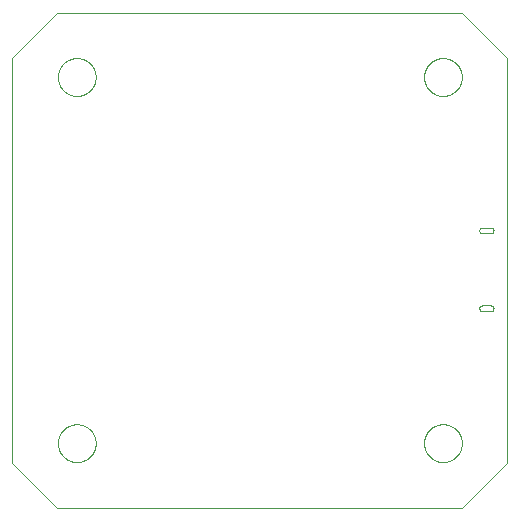
<source format=gko>
G75*
%MOIN*%
%OFA0B0*%
%FSLAX25Y25*%
%IPPOS*%
%LPD*%
%AMOC8*
5,1,8,0,0,1.08239X$1,22.5*
%
%ADD10C,0.00000*%
%ADD11C,0.00039*%
D10*
X0080922Y0060000D02*
X0095922Y0045000D01*
X0230922Y0045000D01*
X0245922Y0060000D01*
X0245922Y0195000D01*
X0230922Y0210000D01*
X0095922Y0210000D01*
X0080922Y0195000D01*
X0080922Y0060000D01*
X0096099Y0066476D02*
X0096101Y0066634D01*
X0096107Y0066792D01*
X0096117Y0066950D01*
X0096131Y0067108D01*
X0096149Y0067265D01*
X0096170Y0067422D01*
X0096196Y0067578D01*
X0096226Y0067734D01*
X0096259Y0067889D01*
X0096297Y0068042D01*
X0096338Y0068195D01*
X0096383Y0068347D01*
X0096432Y0068498D01*
X0096485Y0068647D01*
X0096541Y0068795D01*
X0096601Y0068941D01*
X0096665Y0069086D01*
X0096733Y0069229D01*
X0096804Y0069371D01*
X0096878Y0069511D01*
X0096956Y0069648D01*
X0097038Y0069784D01*
X0097122Y0069918D01*
X0097211Y0070049D01*
X0097302Y0070178D01*
X0097397Y0070305D01*
X0097494Y0070430D01*
X0097595Y0070552D01*
X0097699Y0070671D01*
X0097806Y0070788D01*
X0097916Y0070902D01*
X0098029Y0071013D01*
X0098144Y0071122D01*
X0098262Y0071227D01*
X0098383Y0071329D01*
X0098506Y0071429D01*
X0098632Y0071525D01*
X0098760Y0071618D01*
X0098890Y0071708D01*
X0099023Y0071794D01*
X0099158Y0071878D01*
X0099294Y0071957D01*
X0099433Y0072034D01*
X0099574Y0072106D01*
X0099716Y0072176D01*
X0099860Y0072241D01*
X0100006Y0072303D01*
X0100153Y0072361D01*
X0100302Y0072416D01*
X0100452Y0072467D01*
X0100603Y0072514D01*
X0100755Y0072557D01*
X0100908Y0072596D01*
X0101063Y0072632D01*
X0101218Y0072663D01*
X0101374Y0072691D01*
X0101530Y0072715D01*
X0101687Y0072735D01*
X0101845Y0072751D01*
X0102002Y0072763D01*
X0102161Y0072771D01*
X0102319Y0072775D01*
X0102477Y0072775D01*
X0102635Y0072771D01*
X0102794Y0072763D01*
X0102951Y0072751D01*
X0103109Y0072735D01*
X0103266Y0072715D01*
X0103422Y0072691D01*
X0103578Y0072663D01*
X0103733Y0072632D01*
X0103888Y0072596D01*
X0104041Y0072557D01*
X0104193Y0072514D01*
X0104344Y0072467D01*
X0104494Y0072416D01*
X0104643Y0072361D01*
X0104790Y0072303D01*
X0104936Y0072241D01*
X0105080Y0072176D01*
X0105222Y0072106D01*
X0105363Y0072034D01*
X0105502Y0071957D01*
X0105638Y0071878D01*
X0105773Y0071794D01*
X0105906Y0071708D01*
X0106036Y0071618D01*
X0106164Y0071525D01*
X0106290Y0071429D01*
X0106413Y0071329D01*
X0106534Y0071227D01*
X0106652Y0071122D01*
X0106767Y0071013D01*
X0106880Y0070902D01*
X0106990Y0070788D01*
X0107097Y0070671D01*
X0107201Y0070552D01*
X0107302Y0070430D01*
X0107399Y0070305D01*
X0107494Y0070178D01*
X0107585Y0070049D01*
X0107674Y0069918D01*
X0107758Y0069784D01*
X0107840Y0069648D01*
X0107918Y0069511D01*
X0107992Y0069371D01*
X0108063Y0069229D01*
X0108131Y0069086D01*
X0108195Y0068941D01*
X0108255Y0068795D01*
X0108311Y0068647D01*
X0108364Y0068498D01*
X0108413Y0068347D01*
X0108458Y0068195D01*
X0108499Y0068042D01*
X0108537Y0067889D01*
X0108570Y0067734D01*
X0108600Y0067578D01*
X0108626Y0067422D01*
X0108647Y0067265D01*
X0108665Y0067108D01*
X0108679Y0066950D01*
X0108689Y0066792D01*
X0108695Y0066634D01*
X0108697Y0066476D01*
X0108695Y0066318D01*
X0108689Y0066160D01*
X0108679Y0066002D01*
X0108665Y0065844D01*
X0108647Y0065687D01*
X0108626Y0065530D01*
X0108600Y0065374D01*
X0108570Y0065218D01*
X0108537Y0065063D01*
X0108499Y0064910D01*
X0108458Y0064757D01*
X0108413Y0064605D01*
X0108364Y0064454D01*
X0108311Y0064305D01*
X0108255Y0064157D01*
X0108195Y0064011D01*
X0108131Y0063866D01*
X0108063Y0063723D01*
X0107992Y0063581D01*
X0107918Y0063441D01*
X0107840Y0063304D01*
X0107758Y0063168D01*
X0107674Y0063034D01*
X0107585Y0062903D01*
X0107494Y0062774D01*
X0107399Y0062647D01*
X0107302Y0062522D01*
X0107201Y0062400D01*
X0107097Y0062281D01*
X0106990Y0062164D01*
X0106880Y0062050D01*
X0106767Y0061939D01*
X0106652Y0061830D01*
X0106534Y0061725D01*
X0106413Y0061623D01*
X0106290Y0061523D01*
X0106164Y0061427D01*
X0106036Y0061334D01*
X0105906Y0061244D01*
X0105773Y0061158D01*
X0105638Y0061074D01*
X0105502Y0060995D01*
X0105363Y0060918D01*
X0105222Y0060846D01*
X0105080Y0060776D01*
X0104936Y0060711D01*
X0104790Y0060649D01*
X0104643Y0060591D01*
X0104494Y0060536D01*
X0104344Y0060485D01*
X0104193Y0060438D01*
X0104041Y0060395D01*
X0103888Y0060356D01*
X0103733Y0060320D01*
X0103578Y0060289D01*
X0103422Y0060261D01*
X0103266Y0060237D01*
X0103109Y0060217D01*
X0102951Y0060201D01*
X0102794Y0060189D01*
X0102635Y0060181D01*
X0102477Y0060177D01*
X0102319Y0060177D01*
X0102161Y0060181D01*
X0102002Y0060189D01*
X0101845Y0060201D01*
X0101687Y0060217D01*
X0101530Y0060237D01*
X0101374Y0060261D01*
X0101218Y0060289D01*
X0101063Y0060320D01*
X0100908Y0060356D01*
X0100755Y0060395D01*
X0100603Y0060438D01*
X0100452Y0060485D01*
X0100302Y0060536D01*
X0100153Y0060591D01*
X0100006Y0060649D01*
X0099860Y0060711D01*
X0099716Y0060776D01*
X0099574Y0060846D01*
X0099433Y0060918D01*
X0099294Y0060995D01*
X0099158Y0061074D01*
X0099023Y0061158D01*
X0098890Y0061244D01*
X0098760Y0061334D01*
X0098632Y0061427D01*
X0098506Y0061523D01*
X0098383Y0061623D01*
X0098262Y0061725D01*
X0098144Y0061830D01*
X0098029Y0061939D01*
X0097916Y0062050D01*
X0097806Y0062164D01*
X0097699Y0062281D01*
X0097595Y0062400D01*
X0097494Y0062522D01*
X0097397Y0062647D01*
X0097302Y0062774D01*
X0097211Y0062903D01*
X0097122Y0063034D01*
X0097038Y0063168D01*
X0096956Y0063304D01*
X0096878Y0063441D01*
X0096804Y0063581D01*
X0096733Y0063723D01*
X0096665Y0063866D01*
X0096601Y0064011D01*
X0096541Y0064157D01*
X0096485Y0064305D01*
X0096432Y0064454D01*
X0096383Y0064605D01*
X0096338Y0064757D01*
X0096297Y0064910D01*
X0096259Y0065063D01*
X0096226Y0065218D01*
X0096196Y0065374D01*
X0096170Y0065530D01*
X0096149Y0065687D01*
X0096131Y0065844D01*
X0096117Y0066002D01*
X0096107Y0066160D01*
X0096101Y0066318D01*
X0096099Y0066476D01*
X0218146Y0066476D02*
X0218148Y0066634D01*
X0218154Y0066792D01*
X0218164Y0066950D01*
X0218178Y0067108D01*
X0218196Y0067265D01*
X0218217Y0067422D01*
X0218243Y0067578D01*
X0218273Y0067734D01*
X0218306Y0067889D01*
X0218344Y0068042D01*
X0218385Y0068195D01*
X0218430Y0068347D01*
X0218479Y0068498D01*
X0218532Y0068647D01*
X0218588Y0068795D01*
X0218648Y0068941D01*
X0218712Y0069086D01*
X0218780Y0069229D01*
X0218851Y0069371D01*
X0218925Y0069511D01*
X0219003Y0069648D01*
X0219085Y0069784D01*
X0219169Y0069918D01*
X0219258Y0070049D01*
X0219349Y0070178D01*
X0219444Y0070305D01*
X0219541Y0070430D01*
X0219642Y0070552D01*
X0219746Y0070671D01*
X0219853Y0070788D01*
X0219963Y0070902D01*
X0220076Y0071013D01*
X0220191Y0071122D01*
X0220309Y0071227D01*
X0220430Y0071329D01*
X0220553Y0071429D01*
X0220679Y0071525D01*
X0220807Y0071618D01*
X0220937Y0071708D01*
X0221070Y0071794D01*
X0221205Y0071878D01*
X0221341Y0071957D01*
X0221480Y0072034D01*
X0221621Y0072106D01*
X0221763Y0072176D01*
X0221907Y0072241D01*
X0222053Y0072303D01*
X0222200Y0072361D01*
X0222349Y0072416D01*
X0222499Y0072467D01*
X0222650Y0072514D01*
X0222802Y0072557D01*
X0222955Y0072596D01*
X0223110Y0072632D01*
X0223265Y0072663D01*
X0223421Y0072691D01*
X0223577Y0072715D01*
X0223734Y0072735D01*
X0223892Y0072751D01*
X0224049Y0072763D01*
X0224208Y0072771D01*
X0224366Y0072775D01*
X0224524Y0072775D01*
X0224682Y0072771D01*
X0224841Y0072763D01*
X0224998Y0072751D01*
X0225156Y0072735D01*
X0225313Y0072715D01*
X0225469Y0072691D01*
X0225625Y0072663D01*
X0225780Y0072632D01*
X0225935Y0072596D01*
X0226088Y0072557D01*
X0226240Y0072514D01*
X0226391Y0072467D01*
X0226541Y0072416D01*
X0226690Y0072361D01*
X0226837Y0072303D01*
X0226983Y0072241D01*
X0227127Y0072176D01*
X0227269Y0072106D01*
X0227410Y0072034D01*
X0227549Y0071957D01*
X0227685Y0071878D01*
X0227820Y0071794D01*
X0227953Y0071708D01*
X0228083Y0071618D01*
X0228211Y0071525D01*
X0228337Y0071429D01*
X0228460Y0071329D01*
X0228581Y0071227D01*
X0228699Y0071122D01*
X0228814Y0071013D01*
X0228927Y0070902D01*
X0229037Y0070788D01*
X0229144Y0070671D01*
X0229248Y0070552D01*
X0229349Y0070430D01*
X0229446Y0070305D01*
X0229541Y0070178D01*
X0229632Y0070049D01*
X0229721Y0069918D01*
X0229805Y0069784D01*
X0229887Y0069648D01*
X0229965Y0069511D01*
X0230039Y0069371D01*
X0230110Y0069229D01*
X0230178Y0069086D01*
X0230242Y0068941D01*
X0230302Y0068795D01*
X0230358Y0068647D01*
X0230411Y0068498D01*
X0230460Y0068347D01*
X0230505Y0068195D01*
X0230546Y0068042D01*
X0230584Y0067889D01*
X0230617Y0067734D01*
X0230647Y0067578D01*
X0230673Y0067422D01*
X0230694Y0067265D01*
X0230712Y0067108D01*
X0230726Y0066950D01*
X0230736Y0066792D01*
X0230742Y0066634D01*
X0230744Y0066476D01*
X0230742Y0066318D01*
X0230736Y0066160D01*
X0230726Y0066002D01*
X0230712Y0065844D01*
X0230694Y0065687D01*
X0230673Y0065530D01*
X0230647Y0065374D01*
X0230617Y0065218D01*
X0230584Y0065063D01*
X0230546Y0064910D01*
X0230505Y0064757D01*
X0230460Y0064605D01*
X0230411Y0064454D01*
X0230358Y0064305D01*
X0230302Y0064157D01*
X0230242Y0064011D01*
X0230178Y0063866D01*
X0230110Y0063723D01*
X0230039Y0063581D01*
X0229965Y0063441D01*
X0229887Y0063304D01*
X0229805Y0063168D01*
X0229721Y0063034D01*
X0229632Y0062903D01*
X0229541Y0062774D01*
X0229446Y0062647D01*
X0229349Y0062522D01*
X0229248Y0062400D01*
X0229144Y0062281D01*
X0229037Y0062164D01*
X0228927Y0062050D01*
X0228814Y0061939D01*
X0228699Y0061830D01*
X0228581Y0061725D01*
X0228460Y0061623D01*
X0228337Y0061523D01*
X0228211Y0061427D01*
X0228083Y0061334D01*
X0227953Y0061244D01*
X0227820Y0061158D01*
X0227685Y0061074D01*
X0227549Y0060995D01*
X0227410Y0060918D01*
X0227269Y0060846D01*
X0227127Y0060776D01*
X0226983Y0060711D01*
X0226837Y0060649D01*
X0226690Y0060591D01*
X0226541Y0060536D01*
X0226391Y0060485D01*
X0226240Y0060438D01*
X0226088Y0060395D01*
X0225935Y0060356D01*
X0225780Y0060320D01*
X0225625Y0060289D01*
X0225469Y0060261D01*
X0225313Y0060237D01*
X0225156Y0060217D01*
X0224998Y0060201D01*
X0224841Y0060189D01*
X0224682Y0060181D01*
X0224524Y0060177D01*
X0224366Y0060177D01*
X0224208Y0060181D01*
X0224049Y0060189D01*
X0223892Y0060201D01*
X0223734Y0060217D01*
X0223577Y0060237D01*
X0223421Y0060261D01*
X0223265Y0060289D01*
X0223110Y0060320D01*
X0222955Y0060356D01*
X0222802Y0060395D01*
X0222650Y0060438D01*
X0222499Y0060485D01*
X0222349Y0060536D01*
X0222200Y0060591D01*
X0222053Y0060649D01*
X0221907Y0060711D01*
X0221763Y0060776D01*
X0221621Y0060846D01*
X0221480Y0060918D01*
X0221341Y0060995D01*
X0221205Y0061074D01*
X0221070Y0061158D01*
X0220937Y0061244D01*
X0220807Y0061334D01*
X0220679Y0061427D01*
X0220553Y0061523D01*
X0220430Y0061623D01*
X0220309Y0061725D01*
X0220191Y0061830D01*
X0220076Y0061939D01*
X0219963Y0062050D01*
X0219853Y0062164D01*
X0219746Y0062281D01*
X0219642Y0062400D01*
X0219541Y0062522D01*
X0219444Y0062647D01*
X0219349Y0062774D01*
X0219258Y0062903D01*
X0219169Y0063034D01*
X0219085Y0063168D01*
X0219003Y0063304D01*
X0218925Y0063441D01*
X0218851Y0063581D01*
X0218780Y0063723D01*
X0218712Y0063866D01*
X0218648Y0064011D01*
X0218588Y0064157D01*
X0218532Y0064305D01*
X0218479Y0064454D01*
X0218430Y0064605D01*
X0218385Y0064757D01*
X0218344Y0064910D01*
X0218306Y0065063D01*
X0218273Y0065218D01*
X0218243Y0065374D01*
X0218217Y0065530D01*
X0218196Y0065687D01*
X0218178Y0065844D01*
X0218164Y0066002D01*
X0218154Y0066160D01*
X0218148Y0066318D01*
X0218146Y0066476D01*
X0218146Y0188524D02*
X0218148Y0188682D01*
X0218154Y0188840D01*
X0218164Y0188998D01*
X0218178Y0189156D01*
X0218196Y0189313D01*
X0218217Y0189470D01*
X0218243Y0189626D01*
X0218273Y0189782D01*
X0218306Y0189937D01*
X0218344Y0190090D01*
X0218385Y0190243D01*
X0218430Y0190395D01*
X0218479Y0190546D01*
X0218532Y0190695D01*
X0218588Y0190843D01*
X0218648Y0190989D01*
X0218712Y0191134D01*
X0218780Y0191277D01*
X0218851Y0191419D01*
X0218925Y0191559D01*
X0219003Y0191696D01*
X0219085Y0191832D01*
X0219169Y0191966D01*
X0219258Y0192097D01*
X0219349Y0192226D01*
X0219444Y0192353D01*
X0219541Y0192478D01*
X0219642Y0192600D01*
X0219746Y0192719D01*
X0219853Y0192836D01*
X0219963Y0192950D01*
X0220076Y0193061D01*
X0220191Y0193170D01*
X0220309Y0193275D01*
X0220430Y0193377D01*
X0220553Y0193477D01*
X0220679Y0193573D01*
X0220807Y0193666D01*
X0220937Y0193756D01*
X0221070Y0193842D01*
X0221205Y0193926D01*
X0221341Y0194005D01*
X0221480Y0194082D01*
X0221621Y0194154D01*
X0221763Y0194224D01*
X0221907Y0194289D01*
X0222053Y0194351D01*
X0222200Y0194409D01*
X0222349Y0194464D01*
X0222499Y0194515D01*
X0222650Y0194562D01*
X0222802Y0194605D01*
X0222955Y0194644D01*
X0223110Y0194680D01*
X0223265Y0194711D01*
X0223421Y0194739D01*
X0223577Y0194763D01*
X0223734Y0194783D01*
X0223892Y0194799D01*
X0224049Y0194811D01*
X0224208Y0194819D01*
X0224366Y0194823D01*
X0224524Y0194823D01*
X0224682Y0194819D01*
X0224841Y0194811D01*
X0224998Y0194799D01*
X0225156Y0194783D01*
X0225313Y0194763D01*
X0225469Y0194739D01*
X0225625Y0194711D01*
X0225780Y0194680D01*
X0225935Y0194644D01*
X0226088Y0194605D01*
X0226240Y0194562D01*
X0226391Y0194515D01*
X0226541Y0194464D01*
X0226690Y0194409D01*
X0226837Y0194351D01*
X0226983Y0194289D01*
X0227127Y0194224D01*
X0227269Y0194154D01*
X0227410Y0194082D01*
X0227549Y0194005D01*
X0227685Y0193926D01*
X0227820Y0193842D01*
X0227953Y0193756D01*
X0228083Y0193666D01*
X0228211Y0193573D01*
X0228337Y0193477D01*
X0228460Y0193377D01*
X0228581Y0193275D01*
X0228699Y0193170D01*
X0228814Y0193061D01*
X0228927Y0192950D01*
X0229037Y0192836D01*
X0229144Y0192719D01*
X0229248Y0192600D01*
X0229349Y0192478D01*
X0229446Y0192353D01*
X0229541Y0192226D01*
X0229632Y0192097D01*
X0229721Y0191966D01*
X0229805Y0191832D01*
X0229887Y0191696D01*
X0229965Y0191559D01*
X0230039Y0191419D01*
X0230110Y0191277D01*
X0230178Y0191134D01*
X0230242Y0190989D01*
X0230302Y0190843D01*
X0230358Y0190695D01*
X0230411Y0190546D01*
X0230460Y0190395D01*
X0230505Y0190243D01*
X0230546Y0190090D01*
X0230584Y0189937D01*
X0230617Y0189782D01*
X0230647Y0189626D01*
X0230673Y0189470D01*
X0230694Y0189313D01*
X0230712Y0189156D01*
X0230726Y0188998D01*
X0230736Y0188840D01*
X0230742Y0188682D01*
X0230744Y0188524D01*
X0230742Y0188366D01*
X0230736Y0188208D01*
X0230726Y0188050D01*
X0230712Y0187892D01*
X0230694Y0187735D01*
X0230673Y0187578D01*
X0230647Y0187422D01*
X0230617Y0187266D01*
X0230584Y0187111D01*
X0230546Y0186958D01*
X0230505Y0186805D01*
X0230460Y0186653D01*
X0230411Y0186502D01*
X0230358Y0186353D01*
X0230302Y0186205D01*
X0230242Y0186059D01*
X0230178Y0185914D01*
X0230110Y0185771D01*
X0230039Y0185629D01*
X0229965Y0185489D01*
X0229887Y0185352D01*
X0229805Y0185216D01*
X0229721Y0185082D01*
X0229632Y0184951D01*
X0229541Y0184822D01*
X0229446Y0184695D01*
X0229349Y0184570D01*
X0229248Y0184448D01*
X0229144Y0184329D01*
X0229037Y0184212D01*
X0228927Y0184098D01*
X0228814Y0183987D01*
X0228699Y0183878D01*
X0228581Y0183773D01*
X0228460Y0183671D01*
X0228337Y0183571D01*
X0228211Y0183475D01*
X0228083Y0183382D01*
X0227953Y0183292D01*
X0227820Y0183206D01*
X0227685Y0183122D01*
X0227549Y0183043D01*
X0227410Y0182966D01*
X0227269Y0182894D01*
X0227127Y0182824D01*
X0226983Y0182759D01*
X0226837Y0182697D01*
X0226690Y0182639D01*
X0226541Y0182584D01*
X0226391Y0182533D01*
X0226240Y0182486D01*
X0226088Y0182443D01*
X0225935Y0182404D01*
X0225780Y0182368D01*
X0225625Y0182337D01*
X0225469Y0182309D01*
X0225313Y0182285D01*
X0225156Y0182265D01*
X0224998Y0182249D01*
X0224841Y0182237D01*
X0224682Y0182229D01*
X0224524Y0182225D01*
X0224366Y0182225D01*
X0224208Y0182229D01*
X0224049Y0182237D01*
X0223892Y0182249D01*
X0223734Y0182265D01*
X0223577Y0182285D01*
X0223421Y0182309D01*
X0223265Y0182337D01*
X0223110Y0182368D01*
X0222955Y0182404D01*
X0222802Y0182443D01*
X0222650Y0182486D01*
X0222499Y0182533D01*
X0222349Y0182584D01*
X0222200Y0182639D01*
X0222053Y0182697D01*
X0221907Y0182759D01*
X0221763Y0182824D01*
X0221621Y0182894D01*
X0221480Y0182966D01*
X0221341Y0183043D01*
X0221205Y0183122D01*
X0221070Y0183206D01*
X0220937Y0183292D01*
X0220807Y0183382D01*
X0220679Y0183475D01*
X0220553Y0183571D01*
X0220430Y0183671D01*
X0220309Y0183773D01*
X0220191Y0183878D01*
X0220076Y0183987D01*
X0219963Y0184098D01*
X0219853Y0184212D01*
X0219746Y0184329D01*
X0219642Y0184448D01*
X0219541Y0184570D01*
X0219444Y0184695D01*
X0219349Y0184822D01*
X0219258Y0184951D01*
X0219169Y0185082D01*
X0219085Y0185216D01*
X0219003Y0185352D01*
X0218925Y0185489D01*
X0218851Y0185629D01*
X0218780Y0185771D01*
X0218712Y0185914D01*
X0218648Y0186059D01*
X0218588Y0186205D01*
X0218532Y0186353D01*
X0218479Y0186502D01*
X0218430Y0186653D01*
X0218385Y0186805D01*
X0218344Y0186958D01*
X0218306Y0187111D01*
X0218273Y0187266D01*
X0218243Y0187422D01*
X0218217Y0187578D01*
X0218196Y0187735D01*
X0218178Y0187892D01*
X0218164Y0188050D01*
X0218154Y0188208D01*
X0218148Y0188366D01*
X0218146Y0188524D01*
X0096099Y0188524D02*
X0096101Y0188682D01*
X0096107Y0188840D01*
X0096117Y0188998D01*
X0096131Y0189156D01*
X0096149Y0189313D01*
X0096170Y0189470D01*
X0096196Y0189626D01*
X0096226Y0189782D01*
X0096259Y0189937D01*
X0096297Y0190090D01*
X0096338Y0190243D01*
X0096383Y0190395D01*
X0096432Y0190546D01*
X0096485Y0190695D01*
X0096541Y0190843D01*
X0096601Y0190989D01*
X0096665Y0191134D01*
X0096733Y0191277D01*
X0096804Y0191419D01*
X0096878Y0191559D01*
X0096956Y0191696D01*
X0097038Y0191832D01*
X0097122Y0191966D01*
X0097211Y0192097D01*
X0097302Y0192226D01*
X0097397Y0192353D01*
X0097494Y0192478D01*
X0097595Y0192600D01*
X0097699Y0192719D01*
X0097806Y0192836D01*
X0097916Y0192950D01*
X0098029Y0193061D01*
X0098144Y0193170D01*
X0098262Y0193275D01*
X0098383Y0193377D01*
X0098506Y0193477D01*
X0098632Y0193573D01*
X0098760Y0193666D01*
X0098890Y0193756D01*
X0099023Y0193842D01*
X0099158Y0193926D01*
X0099294Y0194005D01*
X0099433Y0194082D01*
X0099574Y0194154D01*
X0099716Y0194224D01*
X0099860Y0194289D01*
X0100006Y0194351D01*
X0100153Y0194409D01*
X0100302Y0194464D01*
X0100452Y0194515D01*
X0100603Y0194562D01*
X0100755Y0194605D01*
X0100908Y0194644D01*
X0101063Y0194680D01*
X0101218Y0194711D01*
X0101374Y0194739D01*
X0101530Y0194763D01*
X0101687Y0194783D01*
X0101845Y0194799D01*
X0102002Y0194811D01*
X0102161Y0194819D01*
X0102319Y0194823D01*
X0102477Y0194823D01*
X0102635Y0194819D01*
X0102794Y0194811D01*
X0102951Y0194799D01*
X0103109Y0194783D01*
X0103266Y0194763D01*
X0103422Y0194739D01*
X0103578Y0194711D01*
X0103733Y0194680D01*
X0103888Y0194644D01*
X0104041Y0194605D01*
X0104193Y0194562D01*
X0104344Y0194515D01*
X0104494Y0194464D01*
X0104643Y0194409D01*
X0104790Y0194351D01*
X0104936Y0194289D01*
X0105080Y0194224D01*
X0105222Y0194154D01*
X0105363Y0194082D01*
X0105502Y0194005D01*
X0105638Y0193926D01*
X0105773Y0193842D01*
X0105906Y0193756D01*
X0106036Y0193666D01*
X0106164Y0193573D01*
X0106290Y0193477D01*
X0106413Y0193377D01*
X0106534Y0193275D01*
X0106652Y0193170D01*
X0106767Y0193061D01*
X0106880Y0192950D01*
X0106990Y0192836D01*
X0107097Y0192719D01*
X0107201Y0192600D01*
X0107302Y0192478D01*
X0107399Y0192353D01*
X0107494Y0192226D01*
X0107585Y0192097D01*
X0107674Y0191966D01*
X0107758Y0191832D01*
X0107840Y0191696D01*
X0107918Y0191559D01*
X0107992Y0191419D01*
X0108063Y0191277D01*
X0108131Y0191134D01*
X0108195Y0190989D01*
X0108255Y0190843D01*
X0108311Y0190695D01*
X0108364Y0190546D01*
X0108413Y0190395D01*
X0108458Y0190243D01*
X0108499Y0190090D01*
X0108537Y0189937D01*
X0108570Y0189782D01*
X0108600Y0189626D01*
X0108626Y0189470D01*
X0108647Y0189313D01*
X0108665Y0189156D01*
X0108679Y0188998D01*
X0108689Y0188840D01*
X0108695Y0188682D01*
X0108697Y0188524D01*
X0108695Y0188366D01*
X0108689Y0188208D01*
X0108679Y0188050D01*
X0108665Y0187892D01*
X0108647Y0187735D01*
X0108626Y0187578D01*
X0108600Y0187422D01*
X0108570Y0187266D01*
X0108537Y0187111D01*
X0108499Y0186958D01*
X0108458Y0186805D01*
X0108413Y0186653D01*
X0108364Y0186502D01*
X0108311Y0186353D01*
X0108255Y0186205D01*
X0108195Y0186059D01*
X0108131Y0185914D01*
X0108063Y0185771D01*
X0107992Y0185629D01*
X0107918Y0185489D01*
X0107840Y0185352D01*
X0107758Y0185216D01*
X0107674Y0185082D01*
X0107585Y0184951D01*
X0107494Y0184822D01*
X0107399Y0184695D01*
X0107302Y0184570D01*
X0107201Y0184448D01*
X0107097Y0184329D01*
X0106990Y0184212D01*
X0106880Y0184098D01*
X0106767Y0183987D01*
X0106652Y0183878D01*
X0106534Y0183773D01*
X0106413Y0183671D01*
X0106290Y0183571D01*
X0106164Y0183475D01*
X0106036Y0183382D01*
X0105906Y0183292D01*
X0105773Y0183206D01*
X0105638Y0183122D01*
X0105502Y0183043D01*
X0105363Y0182966D01*
X0105222Y0182894D01*
X0105080Y0182824D01*
X0104936Y0182759D01*
X0104790Y0182697D01*
X0104643Y0182639D01*
X0104494Y0182584D01*
X0104344Y0182533D01*
X0104193Y0182486D01*
X0104041Y0182443D01*
X0103888Y0182404D01*
X0103733Y0182368D01*
X0103578Y0182337D01*
X0103422Y0182309D01*
X0103266Y0182285D01*
X0103109Y0182265D01*
X0102951Y0182249D01*
X0102794Y0182237D01*
X0102635Y0182229D01*
X0102477Y0182225D01*
X0102319Y0182225D01*
X0102161Y0182229D01*
X0102002Y0182237D01*
X0101845Y0182249D01*
X0101687Y0182265D01*
X0101530Y0182285D01*
X0101374Y0182309D01*
X0101218Y0182337D01*
X0101063Y0182368D01*
X0100908Y0182404D01*
X0100755Y0182443D01*
X0100603Y0182486D01*
X0100452Y0182533D01*
X0100302Y0182584D01*
X0100153Y0182639D01*
X0100006Y0182697D01*
X0099860Y0182759D01*
X0099716Y0182824D01*
X0099574Y0182894D01*
X0099433Y0182966D01*
X0099294Y0183043D01*
X0099158Y0183122D01*
X0099023Y0183206D01*
X0098890Y0183292D01*
X0098760Y0183382D01*
X0098632Y0183475D01*
X0098506Y0183571D01*
X0098383Y0183671D01*
X0098262Y0183773D01*
X0098144Y0183878D01*
X0098029Y0183987D01*
X0097916Y0184098D01*
X0097806Y0184212D01*
X0097699Y0184329D01*
X0097595Y0184448D01*
X0097494Y0184570D01*
X0097397Y0184695D01*
X0097302Y0184822D01*
X0097211Y0184951D01*
X0097122Y0185082D01*
X0097038Y0185216D01*
X0096956Y0185352D01*
X0096878Y0185489D01*
X0096804Y0185629D01*
X0096733Y0185771D01*
X0096665Y0185914D01*
X0096601Y0186059D01*
X0096541Y0186205D01*
X0096485Y0186353D01*
X0096432Y0186502D01*
X0096383Y0186653D01*
X0096338Y0186805D01*
X0096297Y0186958D01*
X0096259Y0187111D01*
X0096226Y0187266D01*
X0096196Y0187422D01*
X0096170Y0187578D01*
X0096149Y0187735D01*
X0096131Y0187892D01*
X0096117Y0188050D01*
X0096107Y0188208D01*
X0096101Y0188366D01*
X0096099Y0188524D01*
D11*
X0237556Y0138370D02*
X0240312Y0138370D01*
X0240374Y0138368D01*
X0240435Y0138362D01*
X0240496Y0138353D01*
X0240557Y0138339D01*
X0240616Y0138322D01*
X0240674Y0138301D01*
X0240731Y0138276D01*
X0240786Y0138248D01*
X0240839Y0138217D01*
X0240890Y0138182D01*
X0240939Y0138144D01*
X0240986Y0138103D01*
X0241029Y0138060D01*
X0241070Y0138013D01*
X0241108Y0137964D01*
X0241143Y0137913D01*
X0241174Y0137860D01*
X0241202Y0137805D01*
X0241227Y0137748D01*
X0241248Y0137690D01*
X0241265Y0137631D01*
X0241279Y0137570D01*
X0241288Y0137509D01*
X0241294Y0137448D01*
X0241296Y0137386D01*
X0241294Y0137324D01*
X0241288Y0137263D01*
X0241279Y0137202D01*
X0241265Y0137141D01*
X0241248Y0137082D01*
X0241227Y0137024D01*
X0241202Y0136967D01*
X0241174Y0136912D01*
X0241143Y0136859D01*
X0241108Y0136808D01*
X0241070Y0136759D01*
X0241029Y0136712D01*
X0240986Y0136669D01*
X0240939Y0136628D01*
X0240890Y0136590D01*
X0240839Y0136555D01*
X0240786Y0136524D01*
X0240731Y0136496D01*
X0240674Y0136471D01*
X0240616Y0136450D01*
X0240557Y0136433D01*
X0240496Y0136419D01*
X0240435Y0136410D01*
X0240374Y0136404D01*
X0240312Y0136402D01*
X0237556Y0136402D01*
X0237494Y0136404D01*
X0237433Y0136410D01*
X0237372Y0136419D01*
X0237311Y0136433D01*
X0237252Y0136450D01*
X0237194Y0136471D01*
X0237137Y0136496D01*
X0237082Y0136524D01*
X0237029Y0136555D01*
X0236978Y0136590D01*
X0236929Y0136628D01*
X0236882Y0136669D01*
X0236839Y0136712D01*
X0236798Y0136759D01*
X0236760Y0136808D01*
X0236725Y0136859D01*
X0236694Y0136912D01*
X0236666Y0136967D01*
X0236641Y0137024D01*
X0236620Y0137082D01*
X0236603Y0137141D01*
X0236589Y0137202D01*
X0236580Y0137263D01*
X0236574Y0137324D01*
X0236572Y0137386D01*
X0236574Y0137448D01*
X0236580Y0137509D01*
X0236589Y0137570D01*
X0236603Y0137631D01*
X0236620Y0137690D01*
X0236641Y0137748D01*
X0236666Y0137805D01*
X0236694Y0137860D01*
X0236725Y0137913D01*
X0236760Y0137964D01*
X0236798Y0138013D01*
X0236839Y0138060D01*
X0236882Y0138103D01*
X0236929Y0138144D01*
X0236978Y0138182D01*
X0237029Y0138217D01*
X0237082Y0138248D01*
X0237137Y0138276D01*
X0237194Y0138301D01*
X0237252Y0138322D01*
X0237311Y0138339D01*
X0237372Y0138353D01*
X0237433Y0138362D01*
X0237494Y0138368D01*
X0237556Y0138370D01*
X0237556Y0112386D02*
X0240312Y0112386D01*
X0240374Y0112384D01*
X0240435Y0112378D01*
X0240496Y0112369D01*
X0240557Y0112355D01*
X0240616Y0112338D01*
X0240674Y0112317D01*
X0240731Y0112292D01*
X0240786Y0112264D01*
X0240839Y0112233D01*
X0240890Y0112198D01*
X0240939Y0112160D01*
X0240986Y0112119D01*
X0241029Y0112076D01*
X0241070Y0112029D01*
X0241108Y0111980D01*
X0241143Y0111929D01*
X0241174Y0111876D01*
X0241202Y0111821D01*
X0241227Y0111764D01*
X0241248Y0111706D01*
X0241265Y0111647D01*
X0241279Y0111586D01*
X0241288Y0111525D01*
X0241294Y0111464D01*
X0241296Y0111402D01*
X0241294Y0111340D01*
X0241288Y0111279D01*
X0241279Y0111218D01*
X0241265Y0111157D01*
X0241248Y0111098D01*
X0241227Y0111040D01*
X0241202Y0110983D01*
X0241174Y0110928D01*
X0241143Y0110875D01*
X0241108Y0110824D01*
X0241070Y0110775D01*
X0241029Y0110728D01*
X0240986Y0110685D01*
X0240939Y0110644D01*
X0240890Y0110606D01*
X0240839Y0110571D01*
X0240786Y0110540D01*
X0240731Y0110512D01*
X0240674Y0110487D01*
X0240616Y0110466D01*
X0240557Y0110449D01*
X0240496Y0110435D01*
X0240435Y0110426D01*
X0240374Y0110420D01*
X0240312Y0110418D01*
X0240312Y0110417D02*
X0237556Y0110417D01*
X0237556Y0110418D02*
X0237494Y0110420D01*
X0237433Y0110426D01*
X0237372Y0110435D01*
X0237311Y0110449D01*
X0237252Y0110466D01*
X0237194Y0110487D01*
X0237137Y0110512D01*
X0237082Y0110540D01*
X0237029Y0110571D01*
X0236978Y0110606D01*
X0236929Y0110644D01*
X0236882Y0110685D01*
X0236839Y0110728D01*
X0236798Y0110775D01*
X0236760Y0110824D01*
X0236725Y0110875D01*
X0236694Y0110928D01*
X0236666Y0110983D01*
X0236641Y0111040D01*
X0236620Y0111098D01*
X0236603Y0111157D01*
X0236589Y0111218D01*
X0236580Y0111279D01*
X0236574Y0111340D01*
X0236572Y0111402D01*
X0236574Y0111464D01*
X0236580Y0111525D01*
X0236589Y0111586D01*
X0236603Y0111647D01*
X0236620Y0111706D01*
X0236641Y0111764D01*
X0236666Y0111821D01*
X0236694Y0111876D01*
X0236725Y0111929D01*
X0236760Y0111980D01*
X0236798Y0112029D01*
X0236839Y0112076D01*
X0236882Y0112119D01*
X0236929Y0112160D01*
X0236978Y0112198D01*
X0237029Y0112233D01*
X0237082Y0112264D01*
X0237137Y0112292D01*
X0237194Y0112317D01*
X0237252Y0112338D01*
X0237311Y0112355D01*
X0237372Y0112369D01*
X0237433Y0112378D01*
X0237494Y0112384D01*
X0237556Y0112386D01*
M02*

</source>
